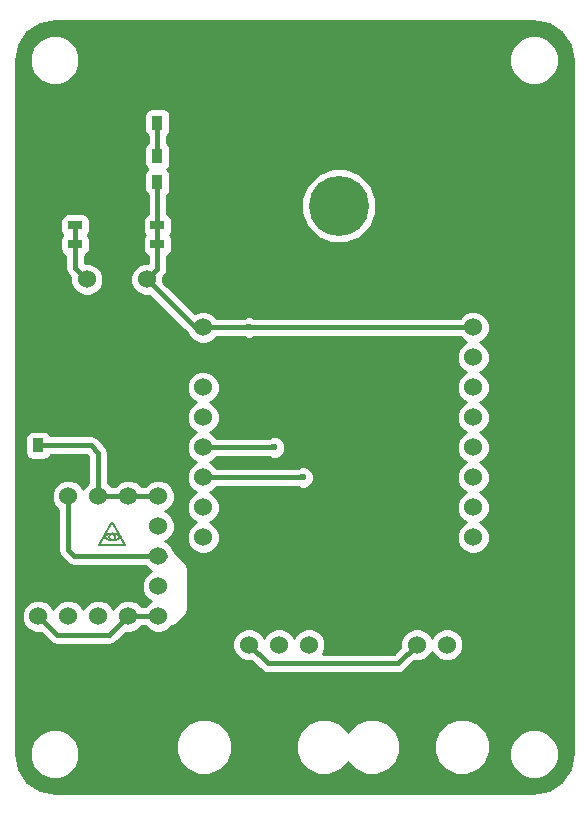
<source format=gbr>
G04 #@! TF.FileFunction,Copper,L1,Top,Signal*
%FSLAX46Y46*%
G04 Gerber Fmt 4.6, Leading zero omitted, Abs format (unit mm)*
G04 Created by KiCad (PCBNEW 4.0.7) date 04/29/18 15:58:17*
%MOMM*%
%LPD*%
G01*
G04 APERTURE LIST*
%ADD10C,0.100000*%
%ADD11C,0.150000*%
%ADD12C,1.524000*%
%ADD13R,1.524000X1.524000*%
%ADD14R,1.200000X0.750000*%
%ADD15C,5.080000*%
%ADD16R,0.900000X1.200000*%
%ADD17C,0.600000*%
%ADD18C,0.406400*%
%ADD19C,0.254000*%
G04 APERTURE END LIST*
D10*
D11*
X203773720Y-123671767D02*
G75*
G03X205171040Y-123657360I691200J730687D01*
G01*
X205180317Y-123666587D02*
G75*
G03X203718160Y-123667520I-730637J-691813D01*
G01*
X204705021Y-123667520D02*
G75*
G03X204705021Y-123667520I-260421J0D01*
G01*
X205567280Y-124307600D02*
X203327000Y-124327920D01*
X204470000Y-122372120D02*
X205567280Y-124307600D01*
X203316840Y-124338080D02*
X204470000Y-122372120D01*
D12*
X208343500Y-130365500D03*
X208343500Y-127825500D03*
X208343500Y-125285500D03*
X208343500Y-122745500D03*
X208343500Y-120205500D03*
X205803500Y-120205500D03*
X203263500Y-120205500D03*
X200723500Y-120205500D03*
D13*
X198183500Y-120205500D03*
D12*
X205803500Y-130365500D03*
X203263500Y-130365500D03*
X200723500Y-130365500D03*
X198183500Y-130365500D03*
X202311000Y-101854000D03*
X204851000Y-101854000D03*
X207391000Y-101854000D03*
D14*
X201297500Y-97282000D03*
X203197500Y-97282000D03*
X206377500Y-98869500D03*
X208277500Y-98869500D03*
X201297500Y-98869500D03*
X203197500Y-98869500D03*
X206377500Y-97282000D03*
X208277500Y-97282000D03*
D15*
X223647000Y-95631000D03*
X231648000Y-95631000D03*
D12*
X221107000Y-132778500D03*
X218567000Y-132778500D03*
X216027000Y-132778500D03*
X213487000Y-132778500D03*
X232791000Y-132778500D03*
X230251000Y-132778500D03*
X227711000Y-132778500D03*
D16*
X208280000Y-86382500D03*
X208280000Y-88582500D03*
X208280000Y-91399000D03*
X208280000Y-93599000D03*
X198183500Y-115887500D03*
X198183500Y-113687500D03*
D12*
X212153500Y-105918000D03*
X212153500Y-108458000D03*
X212153500Y-110998000D03*
X212153500Y-113538000D03*
X212153500Y-116078000D03*
X212153500Y-118618000D03*
X212153500Y-121158000D03*
X212153500Y-123698000D03*
X235013500Y-105918000D03*
X235013500Y-108458000D03*
X235013500Y-110998000D03*
X235013500Y-113538000D03*
X235013500Y-116078000D03*
X235013500Y-118618000D03*
X235013500Y-121158000D03*
X235013500Y-123698000D03*
D17*
X216027000Y-105918000D03*
X220599000Y-118618000D03*
X218186000Y-116078000D03*
D18*
X201297500Y-98869500D02*
X201297500Y-100840500D01*
X201297500Y-100840500D02*
X202311000Y-101854000D01*
X201297500Y-97282000D02*
X201297500Y-98869500D01*
X216027000Y-132778500D02*
X217614500Y-134366000D01*
X217614500Y-134366000D02*
X228663500Y-134366000D01*
X228663500Y-134366000D02*
X230251000Y-132778500D01*
X208915000Y-125285500D02*
X208343500Y-125285500D01*
X208343500Y-125285500D02*
X201231500Y-125285500D01*
X201231500Y-125285500D02*
X200723500Y-124777500D01*
X200723500Y-124777500D02*
X200723500Y-120205500D01*
X205803500Y-130365500D02*
X204216000Y-131953000D01*
X204216000Y-131953000D02*
X199771000Y-131953000D01*
X199771000Y-131953000D02*
X198183500Y-130365500D01*
X205803500Y-130365500D02*
X208343500Y-130365500D01*
X207391000Y-101854000D02*
X211455000Y-105918000D01*
X211455000Y-105918000D02*
X212153500Y-105918000D01*
X208280000Y-93599000D02*
X208280000Y-97279500D01*
X208280000Y-97279500D02*
X208277500Y-97282000D01*
X208277500Y-98869500D02*
X208277500Y-100967500D01*
X208277500Y-100967500D02*
X207391000Y-101854000D01*
X212153500Y-105918000D02*
X216027000Y-105918000D01*
X216027000Y-105918000D02*
X235013500Y-105918000D01*
X212090000Y-105854500D02*
X212153500Y-105918000D01*
X208277500Y-97282000D02*
X208277500Y-98869500D01*
X220599000Y-118618000D02*
X212153500Y-118618000D01*
X218186000Y-116078000D02*
X212153500Y-116078000D01*
X208280000Y-91399000D02*
X208280000Y-88582500D01*
X205803500Y-120205500D02*
X208343500Y-120205500D01*
X203263500Y-120205500D02*
X205803500Y-120205500D01*
X202628500Y-115887500D02*
X203263500Y-116522500D01*
X203263500Y-116522500D02*
X203263500Y-120205500D01*
X198183500Y-115887500D02*
X202628500Y-115887500D01*
D19*
G36*
X241417326Y-80196699D02*
X242483624Y-80909176D01*
X243196101Y-81975476D01*
X243460200Y-83303191D01*
X243460200Y-141956640D01*
X243193561Y-143297124D01*
X242481084Y-144363424D01*
X241414786Y-145075901D01*
X240087069Y-145340000D01*
X199635191Y-145340000D01*
X198307476Y-145075901D01*
X197241176Y-144363424D01*
X196528699Y-143297126D01*
X196360042Y-142449227D01*
X197464315Y-142449227D01*
X197784593Y-143224359D01*
X198377121Y-143817923D01*
X199151693Y-144139553D01*
X199990387Y-144140285D01*
X200765519Y-143820007D01*
X201359083Y-143227479D01*
X201680713Y-142452907D01*
X201681211Y-141881873D01*
X209856591Y-141881873D01*
X210215123Y-142749586D01*
X210878422Y-143414044D01*
X211745508Y-143774089D01*
X212684373Y-143774909D01*
X213552086Y-143416377D01*
X214216544Y-142753078D01*
X214576589Y-141885992D01*
X214576592Y-141881873D01*
X220016591Y-141881873D01*
X220375123Y-142749586D01*
X221038422Y-143414044D01*
X221905508Y-143774089D01*
X222844373Y-143774909D01*
X223712086Y-143416377D01*
X224376544Y-142753078D01*
X224408634Y-142675797D01*
X224439123Y-142749586D01*
X225102422Y-143414044D01*
X225969508Y-143774089D01*
X226908373Y-143774909D01*
X227776086Y-143416377D01*
X228440544Y-142753078D01*
X228800589Y-141885992D01*
X228800592Y-141881873D01*
X231700591Y-141881873D01*
X232059123Y-142749586D01*
X232722422Y-143414044D01*
X233589508Y-143774089D01*
X234528373Y-143774909D01*
X235396086Y-143416377D01*
X236060544Y-142753078D01*
X236186713Y-142449227D01*
X238043355Y-142449227D01*
X238363633Y-143224359D01*
X238956161Y-143817923D01*
X239730733Y-144139553D01*
X240569427Y-144140285D01*
X241344559Y-143820007D01*
X241938123Y-143227479D01*
X242259753Y-142452907D01*
X242260485Y-141614213D01*
X241940207Y-140839081D01*
X241347679Y-140245517D01*
X240573107Y-139923887D01*
X239734413Y-139923155D01*
X238959281Y-140243433D01*
X238365717Y-140835961D01*
X238044087Y-141610533D01*
X238043355Y-142449227D01*
X236186713Y-142449227D01*
X236420589Y-141885992D01*
X236421409Y-140947127D01*
X236062877Y-140079414D01*
X235399578Y-139414956D01*
X234532492Y-139054911D01*
X233593627Y-139054091D01*
X232725914Y-139412623D01*
X232061456Y-140075922D01*
X231701411Y-140943008D01*
X231700591Y-141881873D01*
X228800592Y-141881873D01*
X228801409Y-140947127D01*
X228442877Y-140079414D01*
X227779578Y-139414956D01*
X226912492Y-139054911D01*
X225973627Y-139054091D01*
X225105914Y-139412623D01*
X224441456Y-140075922D01*
X224409366Y-140153203D01*
X224378877Y-140079414D01*
X223715578Y-139414956D01*
X222848492Y-139054911D01*
X221909627Y-139054091D01*
X221041914Y-139412623D01*
X220377456Y-140075922D01*
X220017411Y-140943008D01*
X220016591Y-141881873D01*
X214576592Y-141881873D01*
X214577409Y-140947127D01*
X214218877Y-140079414D01*
X213555578Y-139414956D01*
X212688492Y-139054911D01*
X211749627Y-139054091D01*
X210881914Y-139412623D01*
X210217456Y-140075922D01*
X209857411Y-140943008D01*
X209856591Y-141881873D01*
X201681211Y-141881873D01*
X201681445Y-141614213D01*
X201361167Y-140839081D01*
X200768639Y-140245517D01*
X199994067Y-139923887D01*
X199155373Y-139923155D01*
X198380241Y-140243433D01*
X197786677Y-140835961D01*
X197465047Y-141610533D01*
X197464315Y-142449227D01*
X196360042Y-142449227D01*
X196264600Y-141969409D01*
X196264600Y-133055161D01*
X214629758Y-133055161D01*
X214841990Y-133568803D01*
X215234630Y-133962129D01*
X215747900Y-134175257D01*
X216238791Y-134175685D01*
X217021803Y-134958697D01*
X217293734Y-135140396D01*
X217614500Y-135204200D01*
X228663500Y-135204200D01*
X228984266Y-135140396D01*
X229256197Y-134958697D01*
X230039578Y-134175316D01*
X230527661Y-134175742D01*
X231041303Y-133963510D01*
X231434629Y-133570870D01*
X231520949Y-133362988D01*
X231605990Y-133568803D01*
X231998630Y-133962129D01*
X232511900Y-134175257D01*
X233067661Y-134175742D01*
X233581303Y-133963510D01*
X233974629Y-133570870D01*
X234187757Y-133057600D01*
X234188242Y-132501839D01*
X233976010Y-131988197D01*
X233583370Y-131594871D01*
X233070100Y-131381743D01*
X232514339Y-131381258D01*
X232000697Y-131593490D01*
X231607371Y-131986130D01*
X231521051Y-132194012D01*
X231436010Y-131988197D01*
X231043370Y-131594871D01*
X230530100Y-131381743D01*
X229974339Y-131381258D01*
X229460697Y-131593490D01*
X229067371Y-131986130D01*
X228854243Y-132499400D01*
X228853815Y-132990291D01*
X228316306Y-133527800D01*
X222308513Y-133527800D01*
X222503757Y-133057600D01*
X222504242Y-132501839D01*
X222292010Y-131988197D01*
X221899370Y-131594871D01*
X221386100Y-131381743D01*
X220830339Y-131381258D01*
X220316697Y-131593490D01*
X219923371Y-131986130D01*
X219837051Y-132194012D01*
X219752010Y-131988197D01*
X219359370Y-131594871D01*
X218846100Y-131381743D01*
X218290339Y-131381258D01*
X217776697Y-131593490D01*
X217383371Y-131986130D01*
X217297051Y-132194012D01*
X217212010Y-131988197D01*
X216819370Y-131594871D01*
X216306100Y-131381743D01*
X215750339Y-131381258D01*
X215236697Y-131593490D01*
X214843371Y-131986130D01*
X214630243Y-132499400D01*
X214629758Y-133055161D01*
X196264600Y-133055161D01*
X196264600Y-130642161D01*
X196786258Y-130642161D01*
X196998490Y-131155803D01*
X197391130Y-131549129D01*
X197904400Y-131762257D01*
X198395291Y-131762685D01*
X199178303Y-132545697D01*
X199450234Y-132727396D01*
X199771000Y-132791200D01*
X204216000Y-132791200D01*
X204536766Y-132727396D01*
X204808697Y-132545697D01*
X205592078Y-131762316D01*
X206080161Y-131762742D01*
X206593803Y-131550510D01*
X206941219Y-131203700D01*
X207206303Y-131203700D01*
X207551130Y-131549129D01*
X208064400Y-131762257D01*
X208620161Y-131762742D01*
X209133803Y-131550510D01*
X209496172Y-131188773D01*
X209741896Y-131139896D01*
X210013827Y-130958197D01*
X210587197Y-130384827D01*
X210768896Y-130112895D01*
X210832700Y-129792130D01*
X210832700Y-126365000D01*
X210768896Y-126044235D01*
X210587197Y-125772303D01*
X209682305Y-124867411D01*
X209528510Y-124495197D01*
X209135870Y-124101871D01*
X208927988Y-124015551D01*
X209133803Y-123930510D01*
X209527129Y-123537870D01*
X209740257Y-123024600D01*
X209740742Y-122468839D01*
X209528510Y-121955197D01*
X209135870Y-121561871D01*
X208927988Y-121475551D01*
X209133803Y-121390510D01*
X209527129Y-120997870D01*
X209740257Y-120484600D01*
X209740742Y-119928839D01*
X209528510Y-119415197D01*
X209135870Y-119021871D01*
X208622600Y-118808743D01*
X208066839Y-118808258D01*
X207553197Y-119020490D01*
X207205781Y-119367300D01*
X206940697Y-119367300D01*
X206595870Y-119021871D01*
X206082600Y-118808743D01*
X205526839Y-118808258D01*
X205013197Y-119020490D01*
X204665781Y-119367300D01*
X204400697Y-119367300D01*
X204101700Y-119067781D01*
X204101700Y-116522500D01*
X204037896Y-116201735D01*
X203856197Y-115929803D01*
X203221197Y-115294803D01*
X202949266Y-115113104D01*
X202628500Y-115049300D01*
X199234807Y-115049300D01*
X199097590Y-114836059D01*
X198885390Y-114691069D01*
X198633500Y-114640060D01*
X197733500Y-114640060D01*
X197498183Y-114684338D01*
X197282059Y-114823410D01*
X197137069Y-115035610D01*
X197086060Y-115287500D01*
X197086060Y-116487500D01*
X197130338Y-116722817D01*
X197269410Y-116938941D01*
X197481610Y-117083931D01*
X197733500Y-117134940D01*
X198633500Y-117134940D01*
X198868817Y-117090662D01*
X199084941Y-116951590D01*
X199229931Y-116739390D01*
X199232703Y-116725700D01*
X202281306Y-116725700D01*
X202425300Y-116869694D01*
X202425300Y-119068303D01*
X202079871Y-119413130D01*
X201993551Y-119621012D01*
X201908510Y-119415197D01*
X201515870Y-119021871D01*
X201002600Y-118808743D01*
X200446839Y-118808258D01*
X199933197Y-119020490D01*
X199539871Y-119413130D01*
X199326743Y-119926400D01*
X199326258Y-120482161D01*
X199538490Y-120995803D01*
X199885300Y-121343219D01*
X199885300Y-124777500D01*
X199949104Y-125098266D01*
X200130803Y-125370197D01*
X200638803Y-125878197D01*
X200910735Y-126059896D01*
X201231500Y-126123700D01*
X207206303Y-126123700D01*
X207551130Y-126469129D01*
X207759012Y-126555449D01*
X207553197Y-126640490D01*
X207159871Y-127033130D01*
X206946743Y-127546400D01*
X206946258Y-128102161D01*
X207158490Y-128615803D01*
X207551130Y-129009129D01*
X207759012Y-129095449D01*
X207553197Y-129180490D01*
X207205781Y-129527300D01*
X206940697Y-129527300D01*
X206595870Y-129181871D01*
X206082600Y-128968743D01*
X205526839Y-128968258D01*
X205013197Y-129180490D01*
X204619871Y-129573130D01*
X204533551Y-129781012D01*
X204448510Y-129575197D01*
X204055870Y-129181871D01*
X203542600Y-128968743D01*
X202986839Y-128968258D01*
X202473197Y-129180490D01*
X202079871Y-129573130D01*
X201993551Y-129781012D01*
X201908510Y-129575197D01*
X201515870Y-129181871D01*
X201002600Y-128968743D01*
X200446839Y-128968258D01*
X199933197Y-129180490D01*
X199539871Y-129573130D01*
X199453551Y-129781012D01*
X199368510Y-129575197D01*
X198975870Y-129181871D01*
X198462600Y-128968743D01*
X197906839Y-128968258D01*
X197393197Y-129180490D01*
X196999871Y-129573130D01*
X196786743Y-130086400D01*
X196786258Y-130642161D01*
X196264600Y-130642161D01*
X196264600Y-111274661D01*
X210756258Y-111274661D01*
X210968490Y-111788303D01*
X211361130Y-112181629D01*
X211569012Y-112267949D01*
X211363197Y-112352990D01*
X210969871Y-112745630D01*
X210756743Y-113258900D01*
X210756258Y-113814661D01*
X210968490Y-114328303D01*
X211361130Y-114721629D01*
X211569012Y-114807949D01*
X211363197Y-114892990D01*
X210969871Y-115285630D01*
X210756743Y-115798900D01*
X210756258Y-116354661D01*
X210968490Y-116868303D01*
X211361130Y-117261629D01*
X211569012Y-117347949D01*
X211363197Y-117432990D01*
X210969871Y-117825630D01*
X210756743Y-118338900D01*
X210756258Y-118894661D01*
X210968490Y-119408303D01*
X211361130Y-119801629D01*
X211569012Y-119887949D01*
X211363197Y-119972990D01*
X210969871Y-120365630D01*
X210756743Y-120878900D01*
X210756258Y-121434661D01*
X210968490Y-121948303D01*
X211361130Y-122341629D01*
X211569012Y-122427949D01*
X211363197Y-122512990D01*
X210969871Y-122905630D01*
X210756743Y-123418900D01*
X210756258Y-123974661D01*
X210968490Y-124488303D01*
X211361130Y-124881629D01*
X211874400Y-125094757D01*
X212430161Y-125095242D01*
X212943803Y-124883010D01*
X213337129Y-124490370D01*
X213550257Y-123977100D01*
X213550742Y-123421339D01*
X213338510Y-122907697D01*
X212945870Y-122514371D01*
X212737988Y-122428051D01*
X212943803Y-122343010D01*
X213337129Y-121950370D01*
X213550257Y-121437100D01*
X213550742Y-120881339D01*
X213338510Y-120367697D01*
X212945870Y-119974371D01*
X212737988Y-119888051D01*
X212943803Y-119803010D01*
X213291219Y-119456200D01*
X220179472Y-119456200D01*
X220412201Y-119552838D01*
X220784167Y-119553162D01*
X221127943Y-119411117D01*
X221391192Y-119148327D01*
X221533838Y-118804799D01*
X221534162Y-118432833D01*
X221392117Y-118089057D01*
X221129327Y-117825808D01*
X220785799Y-117683162D01*
X220413833Y-117682838D01*
X220179166Y-117779800D01*
X213290697Y-117779800D01*
X212945870Y-117434371D01*
X212737988Y-117348051D01*
X212943803Y-117263010D01*
X213291219Y-116916200D01*
X217766472Y-116916200D01*
X217999201Y-117012838D01*
X218371167Y-117013162D01*
X218714943Y-116871117D01*
X218978192Y-116608327D01*
X219120838Y-116264799D01*
X219121162Y-115892833D01*
X218979117Y-115549057D01*
X218716327Y-115285808D01*
X218372799Y-115143162D01*
X218000833Y-115142838D01*
X217766166Y-115239800D01*
X213290697Y-115239800D01*
X212945870Y-114894371D01*
X212737988Y-114808051D01*
X212943803Y-114723010D01*
X213337129Y-114330370D01*
X213550257Y-113817100D01*
X213550742Y-113261339D01*
X213338510Y-112747697D01*
X212945870Y-112354371D01*
X212737988Y-112268051D01*
X212943803Y-112183010D01*
X213337129Y-111790370D01*
X213550257Y-111277100D01*
X213550742Y-110721339D01*
X213338510Y-110207697D01*
X212945870Y-109814371D01*
X212432600Y-109601243D01*
X211876839Y-109600758D01*
X211363197Y-109812990D01*
X210969871Y-110205630D01*
X210756743Y-110718900D01*
X210756258Y-111274661D01*
X196264600Y-111274661D01*
X196264600Y-96907000D01*
X200050060Y-96907000D01*
X200050060Y-97657000D01*
X200094338Y-97892317D01*
X200213686Y-98077789D01*
X200101069Y-98242610D01*
X200050060Y-98494500D01*
X200050060Y-99244500D01*
X200094338Y-99479817D01*
X200233410Y-99695941D01*
X200445610Y-99840931D01*
X200459300Y-99843703D01*
X200459300Y-100840500D01*
X200523104Y-101161266D01*
X200704803Y-101433197D01*
X200914184Y-101642578D01*
X200913758Y-102130661D01*
X201125990Y-102644303D01*
X201518630Y-103037629D01*
X202031900Y-103250757D01*
X202587661Y-103251242D01*
X203101303Y-103039010D01*
X203494629Y-102646370D01*
X203707757Y-102133100D01*
X203707759Y-102130661D01*
X205993758Y-102130661D01*
X206205990Y-102644303D01*
X206598630Y-103037629D01*
X207111900Y-103250757D01*
X207602791Y-103251185D01*
X210862303Y-106510697D01*
X210896199Y-106533346D01*
X210968490Y-106708303D01*
X211361130Y-107101629D01*
X211874400Y-107314757D01*
X212430161Y-107315242D01*
X212943803Y-107103010D01*
X213291219Y-106756200D01*
X215607472Y-106756200D01*
X215840201Y-106852838D01*
X216212167Y-106853162D01*
X216446834Y-106756200D01*
X233876303Y-106756200D01*
X234221130Y-107101629D01*
X234429012Y-107187949D01*
X234223197Y-107272990D01*
X233829871Y-107665630D01*
X233616743Y-108178900D01*
X233616258Y-108734661D01*
X233828490Y-109248303D01*
X234221130Y-109641629D01*
X234429012Y-109727949D01*
X234223197Y-109812990D01*
X233829871Y-110205630D01*
X233616743Y-110718900D01*
X233616258Y-111274661D01*
X233828490Y-111788303D01*
X234221130Y-112181629D01*
X234429012Y-112267949D01*
X234223197Y-112352990D01*
X233829871Y-112745630D01*
X233616743Y-113258900D01*
X233616258Y-113814661D01*
X233828490Y-114328303D01*
X234221130Y-114721629D01*
X234429012Y-114807949D01*
X234223197Y-114892990D01*
X233829871Y-115285630D01*
X233616743Y-115798900D01*
X233616258Y-116354661D01*
X233828490Y-116868303D01*
X234221130Y-117261629D01*
X234429012Y-117347949D01*
X234223197Y-117432990D01*
X233829871Y-117825630D01*
X233616743Y-118338900D01*
X233616258Y-118894661D01*
X233828490Y-119408303D01*
X234221130Y-119801629D01*
X234429012Y-119887949D01*
X234223197Y-119972990D01*
X233829871Y-120365630D01*
X233616743Y-120878900D01*
X233616258Y-121434661D01*
X233828490Y-121948303D01*
X234221130Y-122341629D01*
X234429012Y-122427949D01*
X234223197Y-122512990D01*
X233829871Y-122905630D01*
X233616743Y-123418900D01*
X233616258Y-123974661D01*
X233828490Y-124488303D01*
X234221130Y-124881629D01*
X234734400Y-125094757D01*
X235290161Y-125095242D01*
X235803803Y-124883010D01*
X236197129Y-124490370D01*
X236410257Y-123977100D01*
X236410742Y-123421339D01*
X236198510Y-122907697D01*
X235805870Y-122514371D01*
X235597988Y-122428051D01*
X235803803Y-122343010D01*
X236197129Y-121950370D01*
X236410257Y-121437100D01*
X236410742Y-120881339D01*
X236198510Y-120367697D01*
X235805870Y-119974371D01*
X235597988Y-119888051D01*
X235803803Y-119803010D01*
X236197129Y-119410370D01*
X236410257Y-118897100D01*
X236410742Y-118341339D01*
X236198510Y-117827697D01*
X235805870Y-117434371D01*
X235597988Y-117348051D01*
X235803803Y-117263010D01*
X236197129Y-116870370D01*
X236410257Y-116357100D01*
X236410742Y-115801339D01*
X236198510Y-115287697D01*
X235805870Y-114894371D01*
X235597988Y-114808051D01*
X235803803Y-114723010D01*
X236197129Y-114330370D01*
X236410257Y-113817100D01*
X236410742Y-113261339D01*
X236198510Y-112747697D01*
X235805870Y-112354371D01*
X235597988Y-112268051D01*
X235803803Y-112183010D01*
X236197129Y-111790370D01*
X236410257Y-111277100D01*
X236410742Y-110721339D01*
X236198510Y-110207697D01*
X235805870Y-109814371D01*
X235597988Y-109728051D01*
X235803803Y-109643010D01*
X236197129Y-109250370D01*
X236410257Y-108737100D01*
X236410742Y-108181339D01*
X236198510Y-107667697D01*
X235805870Y-107274371D01*
X235597988Y-107188051D01*
X235803803Y-107103010D01*
X236197129Y-106710370D01*
X236410257Y-106197100D01*
X236410742Y-105641339D01*
X236198510Y-105127697D01*
X235805870Y-104734371D01*
X235292600Y-104521243D01*
X234736839Y-104520758D01*
X234223197Y-104732990D01*
X233875781Y-105079800D01*
X216446528Y-105079800D01*
X216213799Y-104983162D01*
X215841833Y-104982838D01*
X215607166Y-105079800D01*
X213290697Y-105079800D01*
X212945870Y-104734371D01*
X212432600Y-104521243D01*
X211876839Y-104520758D01*
X211428430Y-104706036D01*
X208787816Y-102065422D01*
X208788185Y-101642209D01*
X208870197Y-101560197D01*
X209051896Y-101288266D01*
X209115700Y-100967500D01*
X209115700Y-99845807D01*
X209328941Y-99708590D01*
X209473931Y-99496390D01*
X209524940Y-99244500D01*
X209524940Y-98494500D01*
X209480662Y-98259183D01*
X209361314Y-98073711D01*
X209473931Y-97908890D01*
X209524940Y-97657000D01*
X209524940Y-96907000D01*
X209480662Y-96671683D01*
X209341590Y-96455559D01*
X209129390Y-96310569D01*
X209118200Y-96308303D01*
X209118200Y-96259776D01*
X220471450Y-96259776D01*
X220953796Y-97427143D01*
X221846159Y-98321065D01*
X223012683Y-98805448D01*
X224275776Y-98806550D01*
X225443143Y-98324204D01*
X226337065Y-97431841D01*
X226821448Y-96265317D01*
X226822550Y-95002224D01*
X226340204Y-93834857D01*
X225447841Y-92940935D01*
X224281317Y-92456552D01*
X223018224Y-92455450D01*
X221850857Y-92937796D01*
X220956935Y-93830159D01*
X220472552Y-94996683D01*
X220471450Y-96259776D01*
X209118200Y-96259776D01*
X209118200Y-94703784D01*
X209181441Y-94663090D01*
X209326431Y-94450890D01*
X209377440Y-94199000D01*
X209377440Y-92999000D01*
X209333162Y-92763683D01*
X209194090Y-92547559D01*
X209124289Y-92499866D01*
X209181441Y-92463090D01*
X209326431Y-92250890D01*
X209377440Y-91999000D01*
X209377440Y-90799000D01*
X209333162Y-90563683D01*
X209194090Y-90347559D01*
X209118200Y-90295706D01*
X209118200Y-89687284D01*
X209181441Y-89646590D01*
X209326431Y-89434390D01*
X209377440Y-89182500D01*
X209377440Y-87982500D01*
X209333162Y-87747183D01*
X209194090Y-87531059D01*
X208981890Y-87386069D01*
X208730000Y-87335060D01*
X207830000Y-87335060D01*
X207594683Y-87379338D01*
X207378559Y-87518410D01*
X207233569Y-87730610D01*
X207182560Y-87982500D01*
X207182560Y-89182500D01*
X207226838Y-89417817D01*
X207365910Y-89633941D01*
X207441800Y-89685794D01*
X207441800Y-90294216D01*
X207378559Y-90334910D01*
X207233569Y-90547110D01*
X207182560Y-90799000D01*
X207182560Y-91999000D01*
X207226838Y-92234317D01*
X207365910Y-92450441D01*
X207435711Y-92498134D01*
X207378559Y-92534910D01*
X207233569Y-92747110D01*
X207182560Y-92999000D01*
X207182560Y-94199000D01*
X207226838Y-94434317D01*
X207365910Y-94650441D01*
X207441800Y-94702294D01*
X207441800Y-96304084D01*
X207226059Y-96442910D01*
X207081069Y-96655110D01*
X207030060Y-96907000D01*
X207030060Y-97657000D01*
X207074338Y-97892317D01*
X207193686Y-98077789D01*
X207081069Y-98242610D01*
X207030060Y-98494500D01*
X207030060Y-99244500D01*
X207074338Y-99479817D01*
X207213410Y-99695941D01*
X207425610Y-99840931D01*
X207439300Y-99843703D01*
X207439300Y-100457042D01*
X207114339Y-100456758D01*
X206600697Y-100668990D01*
X206207371Y-101061630D01*
X205994243Y-101574900D01*
X205993758Y-102130661D01*
X203707759Y-102130661D01*
X203708242Y-101577339D01*
X203496010Y-101063697D01*
X203103370Y-100670371D01*
X202590100Y-100457243D01*
X202135700Y-100456846D01*
X202135700Y-99845807D01*
X202348941Y-99708590D01*
X202493931Y-99496390D01*
X202544940Y-99244500D01*
X202544940Y-98494500D01*
X202500662Y-98259183D01*
X202381314Y-98073711D01*
X202493931Y-97908890D01*
X202544940Y-97657000D01*
X202544940Y-96907000D01*
X202500662Y-96671683D01*
X202361590Y-96455559D01*
X202149390Y-96310569D01*
X201897500Y-96259560D01*
X200697500Y-96259560D01*
X200462183Y-96303838D01*
X200246059Y-96442910D01*
X200101069Y-96655110D01*
X200050060Y-96907000D01*
X196264600Y-96907000D01*
X196264600Y-83658387D01*
X197464315Y-83658387D01*
X197784593Y-84433519D01*
X198377121Y-85027083D01*
X199151693Y-85348713D01*
X199990387Y-85349445D01*
X200765519Y-85029167D01*
X201359083Y-84436639D01*
X201680713Y-83662067D01*
X201680716Y-83658387D01*
X238043355Y-83658387D01*
X238363633Y-84433519D01*
X238956161Y-85027083D01*
X239730733Y-85348713D01*
X240569427Y-85349445D01*
X241344559Y-85029167D01*
X241938123Y-84436639D01*
X242259753Y-83662067D01*
X242260485Y-82823373D01*
X241940207Y-82048241D01*
X241347679Y-81454677D01*
X240573107Y-81133047D01*
X239734413Y-81132315D01*
X238959281Y-81452593D01*
X238365717Y-82045121D01*
X238044087Y-82819693D01*
X238043355Y-83658387D01*
X201680716Y-83658387D01*
X201681445Y-82823373D01*
X201361167Y-82048241D01*
X200768639Y-81454677D01*
X199994067Y-81133047D01*
X199155373Y-81132315D01*
X198380241Y-81452593D01*
X197786677Y-82045121D01*
X197465047Y-82819693D01*
X197464315Y-83658387D01*
X196264600Y-83658387D01*
X196264600Y-83303191D01*
X196528699Y-81975474D01*
X197241176Y-80909176D01*
X198307476Y-80196699D01*
X199635191Y-79932600D01*
X240089609Y-79932600D01*
X241417326Y-80196699D01*
X241417326Y-80196699D01*
G37*
X241417326Y-80196699D02*
X242483624Y-80909176D01*
X243196101Y-81975476D01*
X243460200Y-83303191D01*
X243460200Y-141956640D01*
X243193561Y-143297124D01*
X242481084Y-144363424D01*
X241414786Y-145075901D01*
X240087069Y-145340000D01*
X199635191Y-145340000D01*
X198307476Y-145075901D01*
X197241176Y-144363424D01*
X196528699Y-143297126D01*
X196360042Y-142449227D01*
X197464315Y-142449227D01*
X197784593Y-143224359D01*
X198377121Y-143817923D01*
X199151693Y-144139553D01*
X199990387Y-144140285D01*
X200765519Y-143820007D01*
X201359083Y-143227479D01*
X201680713Y-142452907D01*
X201681211Y-141881873D01*
X209856591Y-141881873D01*
X210215123Y-142749586D01*
X210878422Y-143414044D01*
X211745508Y-143774089D01*
X212684373Y-143774909D01*
X213552086Y-143416377D01*
X214216544Y-142753078D01*
X214576589Y-141885992D01*
X214576592Y-141881873D01*
X220016591Y-141881873D01*
X220375123Y-142749586D01*
X221038422Y-143414044D01*
X221905508Y-143774089D01*
X222844373Y-143774909D01*
X223712086Y-143416377D01*
X224376544Y-142753078D01*
X224408634Y-142675797D01*
X224439123Y-142749586D01*
X225102422Y-143414044D01*
X225969508Y-143774089D01*
X226908373Y-143774909D01*
X227776086Y-143416377D01*
X228440544Y-142753078D01*
X228800589Y-141885992D01*
X228800592Y-141881873D01*
X231700591Y-141881873D01*
X232059123Y-142749586D01*
X232722422Y-143414044D01*
X233589508Y-143774089D01*
X234528373Y-143774909D01*
X235396086Y-143416377D01*
X236060544Y-142753078D01*
X236186713Y-142449227D01*
X238043355Y-142449227D01*
X238363633Y-143224359D01*
X238956161Y-143817923D01*
X239730733Y-144139553D01*
X240569427Y-144140285D01*
X241344559Y-143820007D01*
X241938123Y-143227479D01*
X242259753Y-142452907D01*
X242260485Y-141614213D01*
X241940207Y-140839081D01*
X241347679Y-140245517D01*
X240573107Y-139923887D01*
X239734413Y-139923155D01*
X238959281Y-140243433D01*
X238365717Y-140835961D01*
X238044087Y-141610533D01*
X238043355Y-142449227D01*
X236186713Y-142449227D01*
X236420589Y-141885992D01*
X236421409Y-140947127D01*
X236062877Y-140079414D01*
X235399578Y-139414956D01*
X234532492Y-139054911D01*
X233593627Y-139054091D01*
X232725914Y-139412623D01*
X232061456Y-140075922D01*
X231701411Y-140943008D01*
X231700591Y-141881873D01*
X228800592Y-141881873D01*
X228801409Y-140947127D01*
X228442877Y-140079414D01*
X227779578Y-139414956D01*
X226912492Y-139054911D01*
X225973627Y-139054091D01*
X225105914Y-139412623D01*
X224441456Y-140075922D01*
X224409366Y-140153203D01*
X224378877Y-140079414D01*
X223715578Y-139414956D01*
X222848492Y-139054911D01*
X221909627Y-139054091D01*
X221041914Y-139412623D01*
X220377456Y-140075922D01*
X220017411Y-140943008D01*
X220016591Y-141881873D01*
X214576592Y-141881873D01*
X214577409Y-140947127D01*
X214218877Y-140079414D01*
X213555578Y-139414956D01*
X212688492Y-139054911D01*
X211749627Y-139054091D01*
X210881914Y-139412623D01*
X210217456Y-140075922D01*
X209857411Y-140943008D01*
X209856591Y-141881873D01*
X201681211Y-141881873D01*
X201681445Y-141614213D01*
X201361167Y-140839081D01*
X200768639Y-140245517D01*
X199994067Y-139923887D01*
X199155373Y-139923155D01*
X198380241Y-140243433D01*
X197786677Y-140835961D01*
X197465047Y-141610533D01*
X197464315Y-142449227D01*
X196360042Y-142449227D01*
X196264600Y-141969409D01*
X196264600Y-133055161D01*
X214629758Y-133055161D01*
X214841990Y-133568803D01*
X215234630Y-133962129D01*
X215747900Y-134175257D01*
X216238791Y-134175685D01*
X217021803Y-134958697D01*
X217293734Y-135140396D01*
X217614500Y-135204200D01*
X228663500Y-135204200D01*
X228984266Y-135140396D01*
X229256197Y-134958697D01*
X230039578Y-134175316D01*
X230527661Y-134175742D01*
X231041303Y-133963510D01*
X231434629Y-133570870D01*
X231520949Y-133362988D01*
X231605990Y-133568803D01*
X231998630Y-133962129D01*
X232511900Y-134175257D01*
X233067661Y-134175742D01*
X233581303Y-133963510D01*
X233974629Y-133570870D01*
X234187757Y-133057600D01*
X234188242Y-132501839D01*
X233976010Y-131988197D01*
X233583370Y-131594871D01*
X233070100Y-131381743D01*
X232514339Y-131381258D01*
X232000697Y-131593490D01*
X231607371Y-131986130D01*
X231521051Y-132194012D01*
X231436010Y-131988197D01*
X231043370Y-131594871D01*
X230530100Y-131381743D01*
X229974339Y-131381258D01*
X229460697Y-131593490D01*
X229067371Y-131986130D01*
X228854243Y-132499400D01*
X228853815Y-132990291D01*
X228316306Y-133527800D01*
X222308513Y-133527800D01*
X222503757Y-133057600D01*
X222504242Y-132501839D01*
X222292010Y-131988197D01*
X221899370Y-131594871D01*
X221386100Y-131381743D01*
X220830339Y-131381258D01*
X220316697Y-131593490D01*
X219923371Y-131986130D01*
X219837051Y-132194012D01*
X219752010Y-131988197D01*
X219359370Y-131594871D01*
X218846100Y-131381743D01*
X218290339Y-131381258D01*
X217776697Y-131593490D01*
X217383371Y-131986130D01*
X217297051Y-132194012D01*
X217212010Y-131988197D01*
X216819370Y-131594871D01*
X216306100Y-131381743D01*
X215750339Y-131381258D01*
X215236697Y-131593490D01*
X214843371Y-131986130D01*
X214630243Y-132499400D01*
X214629758Y-133055161D01*
X196264600Y-133055161D01*
X196264600Y-130642161D01*
X196786258Y-130642161D01*
X196998490Y-131155803D01*
X197391130Y-131549129D01*
X197904400Y-131762257D01*
X198395291Y-131762685D01*
X199178303Y-132545697D01*
X199450234Y-132727396D01*
X199771000Y-132791200D01*
X204216000Y-132791200D01*
X204536766Y-132727396D01*
X204808697Y-132545697D01*
X205592078Y-131762316D01*
X206080161Y-131762742D01*
X206593803Y-131550510D01*
X206941219Y-131203700D01*
X207206303Y-131203700D01*
X207551130Y-131549129D01*
X208064400Y-131762257D01*
X208620161Y-131762742D01*
X209133803Y-131550510D01*
X209496172Y-131188773D01*
X209741896Y-131139896D01*
X210013827Y-130958197D01*
X210587197Y-130384827D01*
X210768896Y-130112895D01*
X210832700Y-129792130D01*
X210832700Y-126365000D01*
X210768896Y-126044235D01*
X210587197Y-125772303D01*
X209682305Y-124867411D01*
X209528510Y-124495197D01*
X209135870Y-124101871D01*
X208927988Y-124015551D01*
X209133803Y-123930510D01*
X209527129Y-123537870D01*
X209740257Y-123024600D01*
X209740742Y-122468839D01*
X209528510Y-121955197D01*
X209135870Y-121561871D01*
X208927988Y-121475551D01*
X209133803Y-121390510D01*
X209527129Y-120997870D01*
X209740257Y-120484600D01*
X209740742Y-119928839D01*
X209528510Y-119415197D01*
X209135870Y-119021871D01*
X208622600Y-118808743D01*
X208066839Y-118808258D01*
X207553197Y-119020490D01*
X207205781Y-119367300D01*
X206940697Y-119367300D01*
X206595870Y-119021871D01*
X206082600Y-118808743D01*
X205526839Y-118808258D01*
X205013197Y-119020490D01*
X204665781Y-119367300D01*
X204400697Y-119367300D01*
X204101700Y-119067781D01*
X204101700Y-116522500D01*
X204037896Y-116201735D01*
X203856197Y-115929803D01*
X203221197Y-115294803D01*
X202949266Y-115113104D01*
X202628500Y-115049300D01*
X199234807Y-115049300D01*
X199097590Y-114836059D01*
X198885390Y-114691069D01*
X198633500Y-114640060D01*
X197733500Y-114640060D01*
X197498183Y-114684338D01*
X197282059Y-114823410D01*
X197137069Y-115035610D01*
X197086060Y-115287500D01*
X197086060Y-116487500D01*
X197130338Y-116722817D01*
X197269410Y-116938941D01*
X197481610Y-117083931D01*
X197733500Y-117134940D01*
X198633500Y-117134940D01*
X198868817Y-117090662D01*
X199084941Y-116951590D01*
X199229931Y-116739390D01*
X199232703Y-116725700D01*
X202281306Y-116725700D01*
X202425300Y-116869694D01*
X202425300Y-119068303D01*
X202079871Y-119413130D01*
X201993551Y-119621012D01*
X201908510Y-119415197D01*
X201515870Y-119021871D01*
X201002600Y-118808743D01*
X200446839Y-118808258D01*
X199933197Y-119020490D01*
X199539871Y-119413130D01*
X199326743Y-119926400D01*
X199326258Y-120482161D01*
X199538490Y-120995803D01*
X199885300Y-121343219D01*
X199885300Y-124777500D01*
X199949104Y-125098266D01*
X200130803Y-125370197D01*
X200638803Y-125878197D01*
X200910735Y-126059896D01*
X201231500Y-126123700D01*
X207206303Y-126123700D01*
X207551130Y-126469129D01*
X207759012Y-126555449D01*
X207553197Y-126640490D01*
X207159871Y-127033130D01*
X206946743Y-127546400D01*
X206946258Y-128102161D01*
X207158490Y-128615803D01*
X207551130Y-129009129D01*
X207759012Y-129095449D01*
X207553197Y-129180490D01*
X207205781Y-129527300D01*
X206940697Y-129527300D01*
X206595870Y-129181871D01*
X206082600Y-128968743D01*
X205526839Y-128968258D01*
X205013197Y-129180490D01*
X204619871Y-129573130D01*
X204533551Y-129781012D01*
X204448510Y-129575197D01*
X204055870Y-129181871D01*
X203542600Y-128968743D01*
X202986839Y-128968258D01*
X202473197Y-129180490D01*
X202079871Y-129573130D01*
X201993551Y-129781012D01*
X201908510Y-129575197D01*
X201515870Y-129181871D01*
X201002600Y-128968743D01*
X200446839Y-128968258D01*
X199933197Y-129180490D01*
X199539871Y-129573130D01*
X199453551Y-129781012D01*
X199368510Y-129575197D01*
X198975870Y-129181871D01*
X198462600Y-128968743D01*
X197906839Y-128968258D01*
X197393197Y-129180490D01*
X196999871Y-129573130D01*
X196786743Y-130086400D01*
X196786258Y-130642161D01*
X196264600Y-130642161D01*
X196264600Y-111274661D01*
X210756258Y-111274661D01*
X210968490Y-111788303D01*
X211361130Y-112181629D01*
X211569012Y-112267949D01*
X211363197Y-112352990D01*
X210969871Y-112745630D01*
X210756743Y-113258900D01*
X210756258Y-113814661D01*
X210968490Y-114328303D01*
X211361130Y-114721629D01*
X211569012Y-114807949D01*
X211363197Y-114892990D01*
X210969871Y-115285630D01*
X210756743Y-115798900D01*
X210756258Y-116354661D01*
X210968490Y-116868303D01*
X211361130Y-117261629D01*
X211569012Y-117347949D01*
X211363197Y-117432990D01*
X210969871Y-117825630D01*
X210756743Y-118338900D01*
X210756258Y-118894661D01*
X210968490Y-119408303D01*
X211361130Y-119801629D01*
X211569012Y-119887949D01*
X211363197Y-119972990D01*
X210969871Y-120365630D01*
X210756743Y-120878900D01*
X210756258Y-121434661D01*
X210968490Y-121948303D01*
X211361130Y-122341629D01*
X211569012Y-122427949D01*
X211363197Y-122512990D01*
X210969871Y-122905630D01*
X210756743Y-123418900D01*
X210756258Y-123974661D01*
X210968490Y-124488303D01*
X211361130Y-124881629D01*
X211874400Y-125094757D01*
X212430161Y-125095242D01*
X212943803Y-124883010D01*
X213337129Y-124490370D01*
X213550257Y-123977100D01*
X213550742Y-123421339D01*
X213338510Y-122907697D01*
X212945870Y-122514371D01*
X212737988Y-122428051D01*
X212943803Y-122343010D01*
X213337129Y-121950370D01*
X213550257Y-121437100D01*
X213550742Y-120881339D01*
X213338510Y-120367697D01*
X212945870Y-119974371D01*
X212737988Y-119888051D01*
X212943803Y-119803010D01*
X213291219Y-119456200D01*
X220179472Y-119456200D01*
X220412201Y-119552838D01*
X220784167Y-119553162D01*
X221127943Y-119411117D01*
X221391192Y-119148327D01*
X221533838Y-118804799D01*
X221534162Y-118432833D01*
X221392117Y-118089057D01*
X221129327Y-117825808D01*
X220785799Y-117683162D01*
X220413833Y-117682838D01*
X220179166Y-117779800D01*
X213290697Y-117779800D01*
X212945870Y-117434371D01*
X212737988Y-117348051D01*
X212943803Y-117263010D01*
X213291219Y-116916200D01*
X217766472Y-116916200D01*
X217999201Y-117012838D01*
X218371167Y-117013162D01*
X218714943Y-116871117D01*
X218978192Y-116608327D01*
X219120838Y-116264799D01*
X219121162Y-115892833D01*
X218979117Y-115549057D01*
X218716327Y-115285808D01*
X218372799Y-115143162D01*
X218000833Y-115142838D01*
X217766166Y-115239800D01*
X213290697Y-115239800D01*
X212945870Y-114894371D01*
X212737988Y-114808051D01*
X212943803Y-114723010D01*
X213337129Y-114330370D01*
X213550257Y-113817100D01*
X213550742Y-113261339D01*
X213338510Y-112747697D01*
X212945870Y-112354371D01*
X212737988Y-112268051D01*
X212943803Y-112183010D01*
X213337129Y-111790370D01*
X213550257Y-111277100D01*
X213550742Y-110721339D01*
X213338510Y-110207697D01*
X212945870Y-109814371D01*
X212432600Y-109601243D01*
X211876839Y-109600758D01*
X211363197Y-109812990D01*
X210969871Y-110205630D01*
X210756743Y-110718900D01*
X210756258Y-111274661D01*
X196264600Y-111274661D01*
X196264600Y-96907000D01*
X200050060Y-96907000D01*
X200050060Y-97657000D01*
X200094338Y-97892317D01*
X200213686Y-98077789D01*
X200101069Y-98242610D01*
X200050060Y-98494500D01*
X200050060Y-99244500D01*
X200094338Y-99479817D01*
X200233410Y-99695941D01*
X200445610Y-99840931D01*
X200459300Y-99843703D01*
X200459300Y-100840500D01*
X200523104Y-101161266D01*
X200704803Y-101433197D01*
X200914184Y-101642578D01*
X200913758Y-102130661D01*
X201125990Y-102644303D01*
X201518630Y-103037629D01*
X202031900Y-103250757D01*
X202587661Y-103251242D01*
X203101303Y-103039010D01*
X203494629Y-102646370D01*
X203707757Y-102133100D01*
X203707759Y-102130661D01*
X205993758Y-102130661D01*
X206205990Y-102644303D01*
X206598630Y-103037629D01*
X207111900Y-103250757D01*
X207602791Y-103251185D01*
X210862303Y-106510697D01*
X210896199Y-106533346D01*
X210968490Y-106708303D01*
X211361130Y-107101629D01*
X211874400Y-107314757D01*
X212430161Y-107315242D01*
X212943803Y-107103010D01*
X213291219Y-106756200D01*
X215607472Y-106756200D01*
X215840201Y-106852838D01*
X216212167Y-106853162D01*
X216446834Y-106756200D01*
X233876303Y-106756200D01*
X234221130Y-107101629D01*
X234429012Y-107187949D01*
X234223197Y-107272990D01*
X233829871Y-107665630D01*
X233616743Y-108178900D01*
X233616258Y-108734661D01*
X233828490Y-109248303D01*
X234221130Y-109641629D01*
X234429012Y-109727949D01*
X234223197Y-109812990D01*
X233829871Y-110205630D01*
X233616743Y-110718900D01*
X233616258Y-111274661D01*
X233828490Y-111788303D01*
X234221130Y-112181629D01*
X234429012Y-112267949D01*
X234223197Y-112352990D01*
X233829871Y-112745630D01*
X233616743Y-113258900D01*
X233616258Y-113814661D01*
X233828490Y-114328303D01*
X234221130Y-114721629D01*
X234429012Y-114807949D01*
X234223197Y-114892990D01*
X233829871Y-115285630D01*
X233616743Y-115798900D01*
X233616258Y-116354661D01*
X233828490Y-116868303D01*
X234221130Y-117261629D01*
X234429012Y-117347949D01*
X234223197Y-117432990D01*
X233829871Y-117825630D01*
X233616743Y-118338900D01*
X233616258Y-118894661D01*
X233828490Y-119408303D01*
X234221130Y-119801629D01*
X234429012Y-119887949D01*
X234223197Y-119972990D01*
X233829871Y-120365630D01*
X233616743Y-120878900D01*
X233616258Y-121434661D01*
X233828490Y-121948303D01*
X234221130Y-122341629D01*
X234429012Y-122427949D01*
X234223197Y-122512990D01*
X233829871Y-122905630D01*
X233616743Y-123418900D01*
X233616258Y-123974661D01*
X233828490Y-124488303D01*
X234221130Y-124881629D01*
X234734400Y-125094757D01*
X235290161Y-125095242D01*
X235803803Y-124883010D01*
X236197129Y-124490370D01*
X236410257Y-123977100D01*
X236410742Y-123421339D01*
X236198510Y-122907697D01*
X235805870Y-122514371D01*
X235597988Y-122428051D01*
X235803803Y-122343010D01*
X236197129Y-121950370D01*
X236410257Y-121437100D01*
X236410742Y-120881339D01*
X236198510Y-120367697D01*
X235805870Y-119974371D01*
X235597988Y-119888051D01*
X235803803Y-119803010D01*
X236197129Y-119410370D01*
X236410257Y-118897100D01*
X236410742Y-118341339D01*
X236198510Y-117827697D01*
X235805870Y-117434371D01*
X235597988Y-117348051D01*
X235803803Y-117263010D01*
X236197129Y-116870370D01*
X236410257Y-116357100D01*
X236410742Y-115801339D01*
X236198510Y-115287697D01*
X235805870Y-114894371D01*
X235597988Y-114808051D01*
X235803803Y-114723010D01*
X236197129Y-114330370D01*
X236410257Y-113817100D01*
X236410742Y-113261339D01*
X236198510Y-112747697D01*
X235805870Y-112354371D01*
X235597988Y-112268051D01*
X235803803Y-112183010D01*
X236197129Y-111790370D01*
X236410257Y-111277100D01*
X236410742Y-110721339D01*
X236198510Y-110207697D01*
X235805870Y-109814371D01*
X235597988Y-109728051D01*
X235803803Y-109643010D01*
X236197129Y-109250370D01*
X236410257Y-108737100D01*
X236410742Y-108181339D01*
X236198510Y-107667697D01*
X235805870Y-107274371D01*
X235597988Y-107188051D01*
X235803803Y-107103010D01*
X236197129Y-106710370D01*
X236410257Y-106197100D01*
X236410742Y-105641339D01*
X236198510Y-105127697D01*
X235805870Y-104734371D01*
X235292600Y-104521243D01*
X234736839Y-104520758D01*
X234223197Y-104732990D01*
X233875781Y-105079800D01*
X216446528Y-105079800D01*
X216213799Y-104983162D01*
X215841833Y-104982838D01*
X215607166Y-105079800D01*
X213290697Y-105079800D01*
X212945870Y-104734371D01*
X212432600Y-104521243D01*
X211876839Y-104520758D01*
X211428430Y-104706036D01*
X208787816Y-102065422D01*
X208788185Y-101642209D01*
X208870197Y-101560197D01*
X209051896Y-101288266D01*
X209115700Y-100967500D01*
X209115700Y-99845807D01*
X209328941Y-99708590D01*
X209473931Y-99496390D01*
X209524940Y-99244500D01*
X209524940Y-98494500D01*
X209480662Y-98259183D01*
X209361314Y-98073711D01*
X209473931Y-97908890D01*
X209524940Y-97657000D01*
X209524940Y-96907000D01*
X209480662Y-96671683D01*
X209341590Y-96455559D01*
X209129390Y-96310569D01*
X209118200Y-96308303D01*
X209118200Y-96259776D01*
X220471450Y-96259776D01*
X220953796Y-97427143D01*
X221846159Y-98321065D01*
X223012683Y-98805448D01*
X224275776Y-98806550D01*
X225443143Y-98324204D01*
X226337065Y-97431841D01*
X226821448Y-96265317D01*
X226822550Y-95002224D01*
X226340204Y-93834857D01*
X225447841Y-92940935D01*
X224281317Y-92456552D01*
X223018224Y-92455450D01*
X221850857Y-92937796D01*
X220956935Y-93830159D01*
X220472552Y-94996683D01*
X220471450Y-96259776D01*
X209118200Y-96259776D01*
X209118200Y-94703784D01*
X209181441Y-94663090D01*
X209326431Y-94450890D01*
X209377440Y-94199000D01*
X209377440Y-92999000D01*
X209333162Y-92763683D01*
X209194090Y-92547559D01*
X209124289Y-92499866D01*
X209181441Y-92463090D01*
X209326431Y-92250890D01*
X209377440Y-91999000D01*
X209377440Y-90799000D01*
X209333162Y-90563683D01*
X209194090Y-90347559D01*
X209118200Y-90295706D01*
X209118200Y-89687284D01*
X209181441Y-89646590D01*
X209326431Y-89434390D01*
X209377440Y-89182500D01*
X209377440Y-87982500D01*
X209333162Y-87747183D01*
X209194090Y-87531059D01*
X208981890Y-87386069D01*
X208730000Y-87335060D01*
X207830000Y-87335060D01*
X207594683Y-87379338D01*
X207378559Y-87518410D01*
X207233569Y-87730610D01*
X207182560Y-87982500D01*
X207182560Y-89182500D01*
X207226838Y-89417817D01*
X207365910Y-89633941D01*
X207441800Y-89685794D01*
X207441800Y-90294216D01*
X207378559Y-90334910D01*
X207233569Y-90547110D01*
X207182560Y-90799000D01*
X207182560Y-91999000D01*
X207226838Y-92234317D01*
X207365910Y-92450441D01*
X207435711Y-92498134D01*
X207378559Y-92534910D01*
X207233569Y-92747110D01*
X207182560Y-92999000D01*
X207182560Y-94199000D01*
X207226838Y-94434317D01*
X207365910Y-94650441D01*
X207441800Y-94702294D01*
X207441800Y-96304084D01*
X207226059Y-96442910D01*
X207081069Y-96655110D01*
X207030060Y-96907000D01*
X207030060Y-97657000D01*
X207074338Y-97892317D01*
X207193686Y-98077789D01*
X207081069Y-98242610D01*
X207030060Y-98494500D01*
X207030060Y-99244500D01*
X207074338Y-99479817D01*
X207213410Y-99695941D01*
X207425610Y-99840931D01*
X207439300Y-99843703D01*
X207439300Y-100457042D01*
X207114339Y-100456758D01*
X206600697Y-100668990D01*
X206207371Y-101061630D01*
X205994243Y-101574900D01*
X205993758Y-102130661D01*
X203707759Y-102130661D01*
X203708242Y-101577339D01*
X203496010Y-101063697D01*
X203103370Y-100670371D01*
X202590100Y-100457243D01*
X202135700Y-100456846D01*
X202135700Y-99845807D01*
X202348941Y-99708590D01*
X202493931Y-99496390D01*
X202544940Y-99244500D01*
X202544940Y-98494500D01*
X202500662Y-98259183D01*
X202381314Y-98073711D01*
X202493931Y-97908890D01*
X202544940Y-97657000D01*
X202544940Y-96907000D01*
X202500662Y-96671683D01*
X202361590Y-96455559D01*
X202149390Y-96310569D01*
X201897500Y-96259560D01*
X200697500Y-96259560D01*
X200462183Y-96303838D01*
X200246059Y-96442910D01*
X200101069Y-96655110D01*
X200050060Y-96907000D01*
X196264600Y-96907000D01*
X196264600Y-83658387D01*
X197464315Y-83658387D01*
X197784593Y-84433519D01*
X198377121Y-85027083D01*
X199151693Y-85348713D01*
X199990387Y-85349445D01*
X200765519Y-85029167D01*
X201359083Y-84436639D01*
X201680713Y-83662067D01*
X201680716Y-83658387D01*
X238043355Y-83658387D01*
X238363633Y-84433519D01*
X238956161Y-85027083D01*
X239730733Y-85348713D01*
X240569427Y-85349445D01*
X241344559Y-85029167D01*
X241938123Y-84436639D01*
X242259753Y-83662067D01*
X242260485Y-82823373D01*
X241940207Y-82048241D01*
X241347679Y-81454677D01*
X240573107Y-81133047D01*
X239734413Y-81132315D01*
X238959281Y-81452593D01*
X238365717Y-82045121D01*
X238044087Y-82819693D01*
X238043355Y-83658387D01*
X201680716Y-83658387D01*
X201681445Y-82823373D01*
X201361167Y-82048241D01*
X200768639Y-81454677D01*
X199994067Y-81133047D01*
X199155373Y-81132315D01*
X198380241Y-81452593D01*
X197786677Y-82045121D01*
X197465047Y-82819693D01*
X197464315Y-83658387D01*
X196264600Y-83658387D01*
X196264600Y-83303191D01*
X196528699Y-81975474D01*
X197241176Y-80909176D01*
X198307476Y-80196699D01*
X199635191Y-79932600D01*
X240089609Y-79932600D01*
X241417326Y-80196699D01*
M02*

</source>
